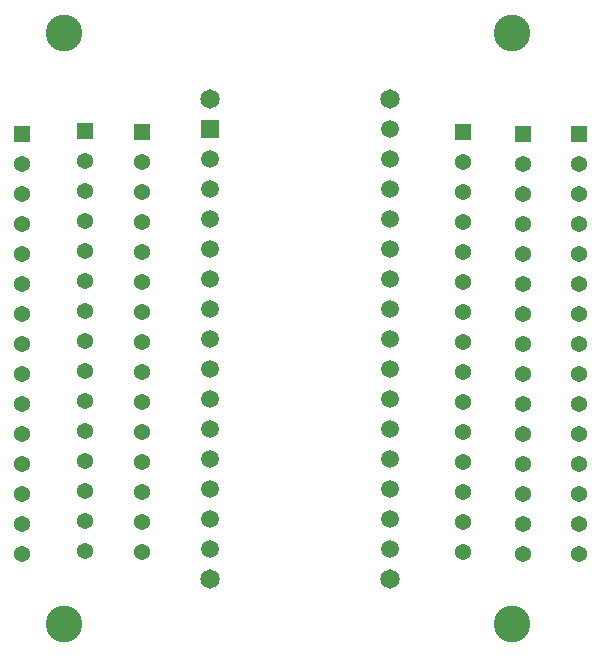
<source format=gtl>
G04*
G04 #@! TF.GenerationSoftware,Altium Limited,Altium Designer,24.1.2 (44)*
G04*
G04 Layer_Physical_Order=1*
G04 Layer_Color=255*
%FSLAX44Y44*%
%MOMM*%
G71*
G04*
G04 #@! TF.SameCoordinates,DA2C95F4-03E7-481E-B0F5-842642FF9007*
G04*
G04*
G04 #@! TF.FilePolarity,Positive*
G04*
G01*
G75*
%ADD19C,3.1000*%
%ADD20R,1.3700X1.3700*%
%ADD21C,1.3700*%
%ADD22C,1.6510*%
%ADD23C,1.5080*%
%ADD24R,1.5080X1.5080*%
D19*
X580000Y150000D02*
D03*
X200000D02*
D03*
X580000Y650000D02*
D03*
X200000D02*
D03*
D20*
X165100Y565150D02*
D03*
X218440Y567690D02*
D03*
X266700Y566420D02*
D03*
X636270Y565150D02*
D03*
X589280D02*
D03*
X538480Y566420D02*
D03*
D21*
X165100Y539750D02*
D03*
Y514350D02*
D03*
Y488950D02*
D03*
Y463550D02*
D03*
Y438150D02*
D03*
Y412750D02*
D03*
Y387350D02*
D03*
Y361950D02*
D03*
Y336550D02*
D03*
Y311150D02*
D03*
Y285750D02*
D03*
Y260350D02*
D03*
Y234950D02*
D03*
Y209550D02*
D03*
X218440Y542290D02*
D03*
Y516890D02*
D03*
Y491490D02*
D03*
Y466090D02*
D03*
Y440690D02*
D03*
Y415290D02*
D03*
Y389890D02*
D03*
Y364490D02*
D03*
Y339090D02*
D03*
Y313690D02*
D03*
Y288290D02*
D03*
Y262890D02*
D03*
Y237490D02*
D03*
Y212090D02*
D03*
X266700Y541020D02*
D03*
Y515620D02*
D03*
Y490220D02*
D03*
Y464820D02*
D03*
Y439420D02*
D03*
Y414020D02*
D03*
Y388620D02*
D03*
Y363220D02*
D03*
Y337820D02*
D03*
Y312420D02*
D03*
Y287020D02*
D03*
Y261620D02*
D03*
Y236220D02*
D03*
Y210820D02*
D03*
X636270Y539750D02*
D03*
Y514350D02*
D03*
Y488950D02*
D03*
Y463550D02*
D03*
Y438150D02*
D03*
Y412750D02*
D03*
Y387350D02*
D03*
Y361950D02*
D03*
Y336550D02*
D03*
Y311150D02*
D03*
Y285750D02*
D03*
Y260350D02*
D03*
Y234950D02*
D03*
Y209550D02*
D03*
X589280Y539750D02*
D03*
Y514350D02*
D03*
Y488950D02*
D03*
Y463550D02*
D03*
Y438150D02*
D03*
Y412750D02*
D03*
Y387350D02*
D03*
Y361950D02*
D03*
Y336550D02*
D03*
Y311150D02*
D03*
Y285750D02*
D03*
Y260350D02*
D03*
Y234950D02*
D03*
Y209550D02*
D03*
X538480Y541020D02*
D03*
Y515620D02*
D03*
Y490220D02*
D03*
Y464820D02*
D03*
Y439420D02*
D03*
Y414020D02*
D03*
Y388620D02*
D03*
Y363220D02*
D03*
Y337820D02*
D03*
Y312420D02*
D03*
Y287020D02*
D03*
Y261620D02*
D03*
Y236220D02*
D03*
Y210820D02*
D03*
D22*
X476250Y594360D02*
D03*
X323850D02*
D03*
X476250Y187960D02*
D03*
X323850D02*
D03*
D23*
X476250Y568960D02*
D03*
Y543560D02*
D03*
Y518160D02*
D03*
Y492760D02*
D03*
Y467360D02*
D03*
Y441960D02*
D03*
Y416560D02*
D03*
Y391160D02*
D03*
Y365760D02*
D03*
Y340360D02*
D03*
Y314960D02*
D03*
Y289560D02*
D03*
Y264160D02*
D03*
Y238760D02*
D03*
Y213360D02*
D03*
X323850D02*
D03*
Y238760D02*
D03*
Y264160D02*
D03*
Y289560D02*
D03*
Y314960D02*
D03*
Y340360D02*
D03*
Y365760D02*
D03*
Y391160D02*
D03*
Y416560D02*
D03*
Y441960D02*
D03*
Y467360D02*
D03*
Y492760D02*
D03*
Y518160D02*
D03*
Y543560D02*
D03*
D24*
Y568960D02*
D03*
M02*

</source>
